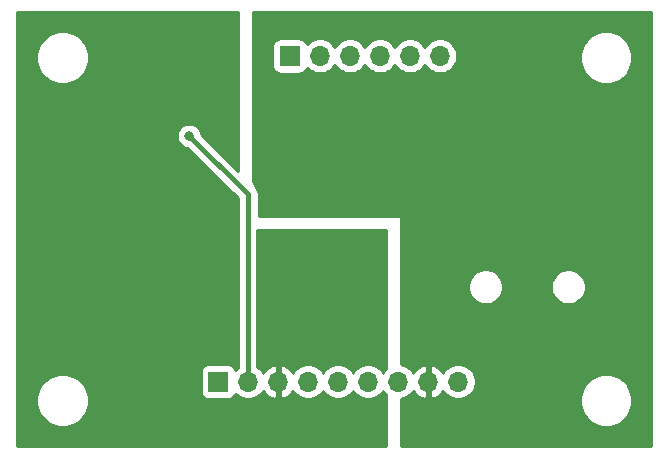
<source format=gbr>
%TF.GenerationSoftware,KiCad,Pcbnew,(5.1.10)-1*%
%TF.CreationDate,2021-10-14T20:44:39-03:00*%
%TF.ProjectId,I2S_DAC,4932535f-4441-4432-9e6b-696361645f70,rev?*%
%TF.SameCoordinates,Original*%
%TF.FileFunction,Copper,L2,Bot*%
%TF.FilePolarity,Positive*%
%FSLAX46Y46*%
G04 Gerber Fmt 4.6, Leading zero omitted, Abs format (unit mm)*
G04 Created by KiCad (PCBNEW (5.1.10)-1) date 2021-10-14 20:44:39*
%MOMM*%
%LPD*%
G01*
G04 APERTURE LIST*
%TA.AperFunction,ComponentPad*%
%ADD10R,1.700000X1.700000*%
%TD*%
%TA.AperFunction,ComponentPad*%
%ADD11O,1.700000X1.700000*%
%TD*%
%TA.AperFunction,ViaPad*%
%ADD12C,0.800000*%
%TD*%
%TA.AperFunction,Conductor*%
%ADD13C,0.250000*%
%TD*%
%TA.AperFunction,Conductor*%
%ADD14C,0.400000*%
%TD*%
%TA.AperFunction,Conductor*%
%ADD15C,0.254000*%
%TD*%
%TA.AperFunction,Conductor*%
%ADD16C,0.100000*%
%TD*%
G04 APERTURE END LIST*
D10*
%TO.P,J2,1*%
%TO.N,/SYSCLK_IN*%
X66725000Y-94350000D03*
D11*
%TO.P,J2,2*%
%TO.N,/SFOR_1*%
X69265000Y-94350000D03*
%TO.P,J2,3*%
%TO.N,/MUTE*%
X71805000Y-94350000D03*
%TO.P,J2,4*%
%TO.N,/SFOR_0*%
X74345000Y-94350000D03*
%TO.P,J2,5*%
%TO.N,/PLL_IN*%
X76885000Y-94350000D03*
%TO.P,J2,6*%
%TO.N,/CLKOUT*%
X79425000Y-94350000D03*
%TD*%
D10*
%TO.P,J3,1*%
%TO.N,VDD*%
X60650000Y-121925000D03*
D11*
%TO.P,J3,2*%
%TO.N,+3V3*%
X63190000Y-121925000D03*
%TO.P,J3,3*%
%TO.N,GNDD*%
X65730000Y-121925000D03*
%TO.P,J3,4*%
%TO.N,/DATA_IN*%
X68270000Y-121925000D03*
%TO.P,J3,5*%
%TO.N,/WS_IN*%
X70810000Y-121925000D03*
%TO.P,J3,6*%
%TO.N,/BCK_IN*%
X73350000Y-121925000D03*
%TO.P,J3,7*%
%TO.N,/OUT_L*%
X75890000Y-121925000D03*
%TO.P,J3,8*%
%TO.N,GNDA*%
X78430000Y-121925000D03*
%TO.P,J3,9*%
%TO.N,/OUT_R*%
X80970000Y-121925000D03*
%TD*%
D12*
%TO.N,GNDD*%
X60300000Y-98675000D03*
X53550000Y-102550000D03*
X68500000Y-110500000D03*
%TO.N,+3V3*%
X58200000Y-101125000D03*
%TO.N,GNDA*%
X65900000Y-97675000D03*
%TD*%
D13*
%TO.N,GNDD*%
X59699998Y-98650000D02*
X59724998Y-98675000D01*
X57450000Y-98650000D02*
X59699998Y-98650000D01*
X59724998Y-98675000D02*
X60300000Y-98675000D01*
X65680000Y-121875000D02*
X65730000Y-121925000D01*
X65680000Y-120045000D02*
X65680000Y-121875000D01*
X65680000Y-120045000D02*
X65680000Y-120300000D01*
X65000000Y-123875000D02*
X65730000Y-123145000D01*
X58900000Y-123875000D02*
X65000000Y-123875000D01*
X52075000Y-117050000D02*
X58900000Y-123875000D01*
X65730000Y-123145000D02*
X65730000Y-121925000D01*
X53550000Y-102550000D02*
X57450000Y-98650000D01*
X52075000Y-104025000D02*
X53550000Y-102550000D01*
X52075000Y-104025000D02*
X52075000Y-117050000D01*
X65680000Y-111170000D02*
X65680000Y-118595000D01*
X65680000Y-118595000D02*
X65680000Y-120045000D01*
X66350000Y-110500000D02*
X65680000Y-111170000D01*
X68500000Y-110500000D02*
X66350000Y-110500000D01*
D14*
%TO.N,+3V3*%
X58200000Y-101125000D02*
X63140000Y-106065000D01*
X63140000Y-106065000D02*
X63140000Y-119535000D01*
X63140000Y-121875000D02*
X63190000Y-121925000D01*
X63140000Y-120015000D02*
X63140000Y-121875000D01*
X63140000Y-119535000D02*
X63140000Y-120015000D01*
X63140000Y-120015000D02*
X63140000Y-120300000D01*
D13*
%TO.N,GNDA*%
X65900000Y-97675000D02*
X72275000Y-97675000D01*
X72275000Y-97675000D02*
X78380000Y-103780000D01*
X78380000Y-121875000D02*
X78430000Y-121925000D01*
X78380000Y-119905000D02*
X78380000Y-121875000D01*
X78380000Y-103780000D02*
X78380000Y-119905000D01*
X78380000Y-119905000D02*
X78380000Y-120300000D01*
%TD*%
D15*
%TO.N,GNDD*%
X62373000Y-104117132D02*
X59224093Y-100968226D01*
X59195226Y-100823102D01*
X59117205Y-100634744D01*
X59003937Y-100465226D01*
X58859774Y-100321063D01*
X58690256Y-100207795D01*
X58501898Y-100129774D01*
X58301939Y-100090000D01*
X58098061Y-100090000D01*
X57898102Y-100129774D01*
X57709744Y-100207795D01*
X57540226Y-100321063D01*
X57396063Y-100465226D01*
X57282795Y-100634744D01*
X57204774Y-100823102D01*
X57165000Y-101023061D01*
X57165000Y-101226939D01*
X57204774Y-101426898D01*
X57282795Y-101615256D01*
X57396063Y-101784774D01*
X57540226Y-101928937D01*
X57709744Y-102042205D01*
X57898102Y-102120226D01*
X58043226Y-102149093D01*
X62305000Y-106410868D01*
X62305001Y-119493972D01*
X62305000Y-119493982D01*
X62305000Y-120730344D01*
X62243368Y-120771525D01*
X62111513Y-120903380D01*
X62089502Y-120830820D01*
X62030537Y-120720506D01*
X61951185Y-120623815D01*
X61854494Y-120544463D01*
X61744180Y-120485498D01*
X61624482Y-120449188D01*
X61500000Y-120436928D01*
X59800000Y-120436928D01*
X59675518Y-120449188D01*
X59555820Y-120485498D01*
X59445506Y-120544463D01*
X59348815Y-120623815D01*
X59269463Y-120720506D01*
X59210498Y-120830820D01*
X59174188Y-120950518D01*
X59161928Y-121075000D01*
X59161928Y-122775000D01*
X59174188Y-122899482D01*
X59210498Y-123019180D01*
X59269463Y-123129494D01*
X59348815Y-123226185D01*
X59445506Y-123305537D01*
X59555820Y-123364502D01*
X59675518Y-123400812D01*
X59800000Y-123413072D01*
X61500000Y-123413072D01*
X61624482Y-123400812D01*
X61744180Y-123364502D01*
X61854494Y-123305537D01*
X61951185Y-123226185D01*
X62030537Y-123129494D01*
X62089502Y-123019180D01*
X62111513Y-122946620D01*
X62243368Y-123078475D01*
X62486589Y-123240990D01*
X62756842Y-123352932D01*
X63043740Y-123410000D01*
X63336260Y-123410000D01*
X63623158Y-123352932D01*
X63893411Y-123240990D01*
X64136632Y-123078475D01*
X64343475Y-122871632D01*
X64465195Y-122689466D01*
X64534822Y-122806355D01*
X64729731Y-123022588D01*
X64963080Y-123196641D01*
X65225901Y-123321825D01*
X65373110Y-123366476D01*
X65603000Y-123245155D01*
X65603000Y-122052000D01*
X65583000Y-122052000D01*
X65583000Y-121798000D01*
X65603000Y-121798000D01*
X65603000Y-120604845D01*
X65373110Y-120483524D01*
X65225901Y-120528175D01*
X64963080Y-120653359D01*
X64729731Y-120827412D01*
X64534822Y-121043645D01*
X64465195Y-121160534D01*
X64343475Y-120978368D01*
X64136632Y-120771525D01*
X63975000Y-120663526D01*
X63975000Y-109127000D01*
X74873000Y-109127000D01*
X74873000Y-120841893D01*
X74736525Y-120978368D01*
X74620000Y-121152760D01*
X74503475Y-120978368D01*
X74296632Y-120771525D01*
X74053411Y-120609010D01*
X73783158Y-120497068D01*
X73496260Y-120440000D01*
X73203740Y-120440000D01*
X72916842Y-120497068D01*
X72646589Y-120609010D01*
X72403368Y-120771525D01*
X72196525Y-120978368D01*
X72080000Y-121152760D01*
X71963475Y-120978368D01*
X71756632Y-120771525D01*
X71513411Y-120609010D01*
X71243158Y-120497068D01*
X70956260Y-120440000D01*
X70663740Y-120440000D01*
X70376842Y-120497068D01*
X70106589Y-120609010D01*
X69863368Y-120771525D01*
X69656525Y-120978368D01*
X69540000Y-121152760D01*
X69423475Y-120978368D01*
X69216632Y-120771525D01*
X68973411Y-120609010D01*
X68703158Y-120497068D01*
X68416260Y-120440000D01*
X68123740Y-120440000D01*
X67836842Y-120497068D01*
X67566589Y-120609010D01*
X67323368Y-120771525D01*
X67116525Y-120978368D01*
X66994805Y-121160534D01*
X66925178Y-121043645D01*
X66730269Y-120827412D01*
X66496920Y-120653359D01*
X66234099Y-120528175D01*
X66086890Y-120483524D01*
X65857000Y-120604845D01*
X65857000Y-121798000D01*
X65877000Y-121798000D01*
X65877000Y-122052000D01*
X65857000Y-122052000D01*
X65857000Y-123245155D01*
X66086890Y-123366476D01*
X66234099Y-123321825D01*
X66496920Y-123196641D01*
X66730269Y-123022588D01*
X66925178Y-122806355D01*
X66994805Y-122689466D01*
X67116525Y-122871632D01*
X67323368Y-123078475D01*
X67566589Y-123240990D01*
X67836842Y-123352932D01*
X68123740Y-123410000D01*
X68416260Y-123410000D01*
X68703158Y-123352932D01*
X68973411Y-123240990D01*
X69216632Y-123078475D01*
X69423475Y-122871632D01*
X69540000Y-122697240D01*
X69656525Y-122871632D01*
X69863368Y-123078475D01*
X70106589Y-123240990D01*
X70376842Y-123352932D01*
X70663740Y-123410000D01*
X70956260Y-123410000D01*
X71243158Y-123352932D01*
X71513411Y-123240990D01*
X71756632Y-123078475D01*
X71963475Y-122871632D01*
X72080000Y-122697240D01*
X72196525Y-122871632D01*
X72403368Y-123078475D01*
X72646589Y-123240990D01*
X72916842Y-123352932D01*
X73203740Y-123410000D01*
X73496260Y-123410000D01*
X73783158Y-123352932D01*
X74053411Y-123240990D01*
X74296632Y-123078475D01*
X74503475Y-122871632D01*
X74620000Y-122697240D01*
X74736525Y-122871632D01*
X74873000Y-123008107D01*
X74873000Y-127340000D01*
X43660000Y-127340000D01*
X43660000Y-123279872D01*
X45265000Y-123279872D01*
X45265000Y-123720128D01*
X45350890Y-124151925D01*
X45519369Y-124558669D01*
X45763962Y-124924729D01*
X46075271Y-125236038D01*
X46441331Y-125480631D01*
X46848075Y-125649110D01*
X47279872Y-125735000D01*
X47720128Y-125735000D01*
X48151925Y-125649110D01*
X48558669Y-125480631D01*
X48924729Y-125236038D01*
X49236038Y-124924729D01*
X49480631Y-124558669D01*
X49649110Y-124151925D01*
X49735000Y-123720128D01*
X49735000Y-123279872D01*
X49649110Y-122848075D01*
X49480631Y-122441331D01*
X49236038Y-122075271D01*
X48924729Y-121763962D01*
X48558669Y-121519369D01*
X48151925Y-121350890D01*
X47720128Y-121265000D01*
X47279872Y-121265000D01*
X46848075Y-121350890D01*
X46441331Y-121519369D01*
X46075271Y-121763962D01*
X45763962Y-122075271D01*
X45519369Y-122441331D01*
X45350890Y-122848075D01*
X45265000Y-123279872D01*
X43660000Y-123279872D01*
X43660000Y-94279872D01*
X45265000Y-94279872D01*
X45265000Y-94720128D01*
X45350890Y-95151925D01*
X45519369Y-95558669D01*
X45763962Y-95924729D01*
X46075271Y-96236038D01*
X46441331Y-96480631D01*
X46848075Y-96649110D01*
X47279872Y-96735000D01*
X47720128Y-96735000D01*
X48151925Y-96649110D01*
X48558669Y-96480631D01*
X48924729Y-96236038D01*
X49236038Y-95924729D01*
X49480631Y-95558669D01*
X49649110Y-95151925D01*
X49735000Y-94720128D01*
X49735000Y-94279872D01*
X49649110Y-93848075D01*
X49480631Y-93441331D01*
X49236038Y-93075271D01*
X48924729Y-92763962D01*
X48558669Y-92519369D01*
X48151925Y-92350890D01*
X47720128Y-92265000D01*
X47279872Y-92265000D01*
X46848075Y-92350890D01*
X46441331Y-92519369D01*
X46075271Y-92763962D01*
X45763962Y-93075271D01*
X45519369Y-93441331D01*
X45350890Y-93848075D01*
X45265000Y-94279872D01*
X43660000Y-94279872D01*
X43660000Y-90660000D01*
X62373000Y-90660000D01*
X62373000Y-104117132D01*
%TA.AperFunction,Conductor*%
D16*
G36*
X62373000Y-104117132D02*
G01*
X59224093Y-100968226D01*
X59195226Y-100823102D01*
X59117205Y-100634744D01*
X59003937Y-100465226D01*
X58859774Y-100321063D01*
X58690256Y-100207795D01*
X58501898Y-100129774D01*
X58301939Y-100090000D01*
X58098061Y-100090000D01*
X57898102Y-100129774D01*
X57709744Y-100207795D01*
X57540226Y-100321063D01*
X57396063Y-100465226D01*
X57282795Y-100634744D01*
X57204774Y-100823102D01*
X57165000Y-101023061D01*
X57165000Y-101226939D01*
X57204774Y-101426898D01*
X57282795Y-101615256D01*
X57396063Y-101784774D01*
X57540226Y-101928937D01*
X57709744Y-102042205D01*
X57898102Y-102120226D01*
X58043226Y-102149093D01*
X62305000Y-106410868D01*
X62305001Y-119493972D01*
X62305000Y-119493982D01*
X62305000Y-120730344D01*
X62243368Y-120771525D01*
X62111513Y-120903380D01*
X62089502Y-120830820D01*
X62030537Y-120720506D01*
X61951185Y-120623815D01*
X61854494Y-120544463D01*
X61744180Y-120485498D01*
X61624482Y-120449188D01*
X61500000Y-120436928D01*
X59800000Y-120436928D01*
X59675518Y-120449188D01*
X59555820Y-120485498D01*
X59445506Y-120544463D01*
X59348815Y-120623815D01*
X59269463Y-120720506D01*
X59210498Y-120830820D01*
X59174188Y-120950518D01*
X59161928Y-121075000D01*
X59161928Y-122775000D01*
X59174188Y-122899482D01*
X59210498Y-123019180D01*
X59269463Y-123129494D01*
X59348815Y-123226185D01*
X59445506Y-123305537D01*
X59555820Y-123364502D01*
X59675518Y-123400812D01*
X59800000Y-123413072D01*
X61500000Y-123413072D01*
X61624482Y-123400812D01*
X61744180Y-123364502D01*
X61854494Y-123305537D01*
X61951185Y-123226185D01*
X62030537Y-123129494D01*
X62089502Y-123019180D01*
X62111513Y-122946620D01*
X62243368Y-123078475D01*
X62486589Y-123240990D01*
X62756842Y-123352932D01*
X63043740Y-123410000D01*
X63336260Y-123410000D01*
X63623158Y-123352932D01*
X63893411Y-123240990D01*
X64136632Y-123078475D01*
X64343475Y-122871632D01*
X64465195Y-122689466D01*
X64534822Y-122806355D01*
X64729731Y-123022588D01*
X64963080Y-123196641D01*
X65225901Y-123321825D01*
X65373110Y-123366476D01*
X65603000Y-123245155D01*
X65603000Y-122052000D01*
X65583000Y-122052000D01*
X65583000Y-121798000D01*
X65603000Y-121798000D01*
X65603000Y-120604845D01*
X65373110Y-120483524D01*
X65225901Y-120528175D01*
X64963080Y-120653359D01*
X64729731Y-120827412D01*
X64534822Y-121043645D01*
X64465195Y-121160534D01*
X64343475Y-120978368D01*
X64136632Y-120771525D01*
X63975000Y-120663526D01*
X63975000Y-109127000D01*
X74873000Y-109127000D01*
X74873000Y-120841893D01*
X74736525Y-120978368D01*
X74620000Y-121152760D01*
X74503475Y-120978368D01*
X74296632Y-120771525D01*
X74053411Y-120609010D01*
X73783158Y-120497068D01*
X73496260Y-120440000D01*
X73203740Y-120440000D01*
X72916842Y-120497068D01*
X72646589Y-120609010D01*
X72403368Y-120771525D01*
X72196525Y-120978368D01*
X72080000Y-121152760D01*
X71963475Y-120978368D01*
X71756632Y-120771525D01*
X71513411Y-120609010D01*
X71243158Y-120497068D01*
X70956260Y-120440000D01*
X70663740Y-120440000D01*
X70376842Y-120497068D01*
X70106589Y-120609010D01*
X69863368Y-120771525D01*
X69656525Y-120978368D01*
X69540000Y-121152760D01*
X69423475Y-120978368D01*
X69216632Y-120771525D01*
X68973411Y-120609010D01*
X68703158Y-120497068D01*
X68416260Y-120440000D01*
X68123740Y-120440000D01*
X67836842Y-120497068D01*
X67566589Y-120609010D01*
X67323368Y-120771525D01*
X67116525Y-120978368D01*
X66994805Y-121160534D01*
X66925178Y-121043645D01*
X66730269Y-120827412D01*
X66496920Y-120653359D01*
X66234099Y-120528175D01*
X66086890Y-120483524D01*
X65857000Y-120604845D01*
X65857000Y-121798000D01*
X65877000Y-121798000D01*
X65877000Y-122052000D01*
X65857000Y-122052000D01*
X65857000Y-123245155D01*
X66086890Y-123366476D01*
X66234099Y-123321825D01*
X66496920Y-123196641D01*
X66730269Y-123022588D01*
X66925178Y-122806355D01*
X66994805Y-122689466D01*
X67116525Y-122871632D01*
X67323368Y-123078475D01*
X67566589Y-123240990D01*
X67836842Y-123352932D01*
X68123740Y-123410000D01*
X68416260Y-123410000D01*
X68703158Y-123352932D01*
X68973411Y-123240990D01*
X69216632Y-123078475D01*
X69423475Y-122871632D01*
X69540000Y-122697240D01*
X69656525Y-122871632D01*
X69863368Y-123078475D01*
X70106589Y-123240990D01*
X70376842Y-123352932D01*
X70663740Y-123410000D01*
X70956260Y-123410000D01*
X71243158Y-123352932D01*
X71513411Y-123240990D01*
X71756632Y-123078475D01*
X71963475Y-122871632D01*
X72080000Y-122697240D01*
X72196525Y-122871632D01*
X72403368Y-123078475D01*
X72646589Y-123240990D01*
X72916842Y-123352932D01*
X73203740Y-123410000D01*
X73496260Y-123410000D01*
X73783158Y-123352932D01*
X74053411Y-123240990D01*
X74296632Y-123078475D01*
X74503475Y-122871632D01*
X74620000Y-122697240D01*
X74736525Y-122871632D01*
X74873000Y-123008107D01*
X74873000Y-127340000D01*
X43660000Y-127340000D01*
X43660000Y-123279872D01*
X45265000Y-123279872D01*
X45265000Y-123720128D01*
X45350890Y-124151925D01*
X45519369Y-124558669D01*
X45763962Y-124924729D01*
X46075271Y-125236038D01*
X46441331Y-125480631D01*
X46848075Y-125649110D01*
X47279872Y-125735000D01*
X47720128Y-125735000D01*
X48151925Y-125649110D01*
X48558669Y-125480631D01*
X48924729Y-125236038D01*
X49236038Y-124924729D01*
X49480631Y-124558669D01*
X49649110Y-124151925D01*
X49735000Y-123720128D01*
X49735000Y-123279872D01*
X49649110Y-122848075D01*
X49480631Y-122441331D01*
X49236038Y-122075271D01*
X48924729Y-121763962D01*
X48558669Y-121519369D01*
X48151925Y-121350890D01*
X47720128Y-121265000D01*
X47279872Y-121265000D01*
X46848075Y-121350890D01*
X46441331Y-121519369D01*
X46075271Y-121763962D01*
X45763962Y-122075271D01*
X45519369Y-122441331D01*
X45350890Y-122848075D01*
X45265000Y-123279872D01*
X43660000Y-123279872D01*
X43660000Y-94279872D01*
X45265000Y-94279872D01*
X45265000Y-94720128D01*
X45350890Y-95151925D01*
X45519369Y-95558669D01*
X45763962Y-95924729D01*
X46075271Y-96236038D01*
X46441331Y-96480631D01*
X46848075Y-96649110D01*
X47279872Y-96735000D01*
X47720128Y-96735000D01*
X48151925Y-96649110D01*
X48558669Y-96480631D01*
X48924729Y-96236038D01*
X49236038Y-95924729D01*
X49480631Y-95558669D01*
X49649110Y-95151925D01*
X49735000Y-94720128D01*
X49735000Y-94279872D01*
X49649110Y-93848075D01*
X49480631Y-93441331D01*
X49236038Y-93075271D01*
X48924729Y-92763962D01*
X48558669Y-92519369D01*
X48151925Y-92350890D01*
X47720128Y-92265000D01*
X47279872Y-92265000D01*
X46848075Y-92350890D01*
X46441331Y-92519369D01*
X46075271Y-92763962D01*
X45763962Y-93075271D01*
X45519369Y-93441331D01*
X45350890Y-93848075D01*
X45265000Y-94279872D01*
X43660000Y-94279872D01*
X43660000Y-90660000D01*
X62373000Y-90660000D01*
X62373000Y-104117132D01*
G37*
%TD.AperFunction*%
%TD*%
D15*
%TO.N,GNDA*%
X97340001Y-127340000D02*
X76127000Y-127340000D01*
X76127000Y-123391951D01*
X76323158Y-123352932D01*
X76593411Y-123240990D01*
X76836632Y-123078475D01*
X77043475Y-122871632D01*
X77165195Y-122689466D01*
X77234822Y-122806355D01*
X77429731Y-123022588D01*
X77663080Y-123196641D01*
X77925901Y-123321825D01*
X78073110Y-123366476D01*
X78303000Y-123245155D01*
X78303000Y-122052000D01*
X78283000Y-122052000D01*
X78283000Y-121798000D01*
X78303000Y-121798000D01*
X78303000Y-120604845D01*
X78557000Y-120604845D01*
X78557000Y-121798000D01*
X78577000Y-121798000D01*
X78577000Y-122052000D01*
X78557000Y-122052000D01*
X78557000Y-123245155D01*
X78786890Y-123366476D01*
X78934099Y-123321825D01*
X79196920Y-123196641D01*
X79430269Y-123022588D01*
X79625178Y-122806355D01*
X79694805Y-122689466D01*
X79816525Y-122871632D01*
X80023368Y-123078475D01*
X80266589Y-123240990D01*
X80536842Y-123352932D01*
X80823740Y-123410000D01*
X81116260Y-123410000D01*
X81403158Y-123352932D01*
X81579541Y-123279872D01*
X91265000Y-123279872D01*
X91265000Y-123720128D01*
X91350890Y-124151925D01*
X91519369Y-124558669D01*
X91763962Y-124924729D01*
X92075271Y-125236038D01*
X92441331Y-125480631D01*
X92848075Y-125649110D01*
X93279872Y-125735000D01*
X93720128Y-125735000D01*
X94151925Y-125649110D01*
X94558669Y-125480631D01*
X94924729Y-125236038D01*
X95236038Y-124924729D01*
X95480631Y-124558669D01*
X95649110Y-124151925D01*
X95735000Y-123720128D01*
X95735000Y-123279872D01*
X95649110Y-122848075D01*
X95480631Y-122441331D01*
X95236038Y-122075271D01*
X94924729Y-121763962D01*
X94558669Y-121519369D01*
X94151925Y-121350890D01*
X93720128Y-121265000D01*
X93279872Y-121265000D01*
X92848075Y-121350890D01*
X92441331Y-121519369D01*
X92075271Y-121763962D01*
X91763962Y-122075271D01*
X91519369Y-122441331D01*
X91350890Y-122848075D01*
X91265000Y-123279872D01*
X81579541Y-123279872D01*
X81673411Y-123240990D01*
X81916632Y-123078475D01*
X82123475Y-122871632D01*
X82285990Y-122628411D01*
X82397932Y-122358158D01*
X82455000Y-122071260D01*
X82455000Y-121778740D01*
X82397932Y-121491842D01*
X82285990Y-121221589D01*
X82123475Y-120978368D01*
X81916632Y-120771525D01*
X81673411Y-120609010D01*
X81403158Y-120497068D01*
X81116260Y-120440000D01*
X80823740Y-120440000D01*
X80536842Y-120497068D01*
X80266589Y-120609010D01*
X80023368Y-120771525D01*
X79816525Y-120978368D01*
X79694805Y-121160534D01*
X79625178Y-121043645D01*
X79430269Y-120827412D01*
X79196920Y-120653359D01*
X78934099Y-120528175D01*
X78786890Y-120483524D01*
X78557000Y-120604845D01*
X78303000Y-120604845D01*
X78073110Y-120483524D01*
X77925901Y-120528175D01*
X77663080Y-120653359D01*
X77429731Y-120827412D01*
X77234822Y-121043645D01*
X77165195Y-121160534D01*
X77043475Y-120978368D01*
X76836632Y-120771525D01*
X76593411Y-120609010D01*
X76323158Y-120497068D01*
X76127000Y-120458049D01*
X76127000Y-113753740D01*
X81815000Y-113753740D01*
X81815000Y-114046260D01*
X81872068Y-114333158D01*
X81984010Y-114603411D01*
X82146525Y-114846632D01*
X82353368Y-115053475D01*
X82596589Y-115215990D01*
X82866842Y-115327932D01*
X83153740Y-115385000D01*
X83446260Y-115385000D01*
X83733158Y-115327932D01*
X84003411Y-115215990D01*
X84246632Y-115053475D01*
X84453475Y-114846632D01*
X84615990Y-114603411D01*
X84727932Y-114333158D01*
X84785000Y-114046260D01*
X84785000Y-113753740D01*
X88815000Y-113753740D01*
X88815000Y-114046260D01*
X88872068Y-114333158D01*
X88984010Y-114603411D01*
X89146525Y-114846632D01*
X89353368Y-115053475D01*
X89596589Y-115215990D01*
X89866842Y-115327932D01*
X90153740Y-115385000D01*
X90446260Y-115385000D01*
X90733158Y-115327932D01*
X91003411Y-115215990D01*
X91246632Y-115053475D01*
X91453475Y-114846632D01*
X91615990Y-114603411D01*
X91727932Y-114333158D01*
X91785000Y-114046260D01*
X91785000Y-113753740D01*
X91727932Y-113466842D01*
X91615990Y-113196589D01*
X91453475Y-112953368D01*
X91246632Y-112746525D01*
X91003411Y-112584010D01*
X90733158Y-112472068D01*
X90446260Y-112415000D01*
X90153740Y-112415000D01*
X89866842Y-112472068D01*
X89596589Y-112584010D01*
X89353368Y-112746525D01*
X89146525Y-112953368D01*
X88984010Y-113196589D01*
X88872068Y-113466842D01*
X88815000Y-113753740D01*
X84785000Y-113753740D01*
X84727932Y-113466842D01*
X84615990Y-113196589D01*
X84453475Y-112953368D01*
X84246632Y-112746525D01*
X84003411Y-112584010D01*
X83733158Y-112472068D01*
X83446260Y-112415000D01*
X83153740Y-112415000D01*
X82866842Y-112472068D01*
X82596589Y-112584010D01*
X82353368Y-112746525D01*
X82146525Y-112953368D01*
X81984010Y-113196589D01*
X81872068Y-113466842D01*
X81815000Y-113753740D01*
X76127000Y-113753740D01*
X76127000Y-108000000D01*
X76124560Y-107975224D01*
X76117333Y-107951399D01*
X76105597Y-107929443D01*
X76089803Y-107910197D01*
X76070557Y-107894403D01*
X76048601Y-107882667D01*
X76024776Y-107875440D01*
X76000000Y-107873000D01*
X64127000Y-107873000D01*
X64127000Y-106000000D01*
X64124560Y-105975224D01*
X64113592Y-105943204D01*
X63627000Y-104970020D01*
X63627000Y-93500000D01*
X65236928Y-93500000D01*
X65236928Y-95200000D01*
X65249188Y-95324482D01*
X65285498Y-95444180D01*
X65344463Y-95554494D01*
X65423815Y-95651185D01*
X65520506Y-95730537D01*
X65630820Y-95789502D01*
X65750518Y-95825812D01*
X65875000Y-95838072D01*
X67575000Y-95838072D01*
X67699482Y-95825812D01*
X67819180Y-95789502D01*
X67929494Y-95730537D01*
X68026185Y-95651185D01*
X68105537Y-95554494D01*
X68164502Y-95444180D01*
X68186513Y-95371620D01*
X68318368Y-95503475D01*
X68561589Y-95665990D01*
X68831842Y-95777932D01*
X69118740Y-95835000D01*
X69411260Y-95835000D01*
X69698158Y-95777932D01*
X69968411Y-95665990D01*
X70211632Y-95503475D01*
X70418475Y-95296632D01*
X70535000Y-95122240D01*
X70651525Y-95296632D01*
X70858368Y-95503475D01*
X71101589Y-95665990D01*
X71371842Y-95777932D01*
X71658740Y-95835000D01*
X71951260Y-95835000D01*
X72238158Y-95777932D01*
X72508411Y-95665990D01*
X72751632Y-95503475D01*
X72958475Y-95296632D01*
X73075000Y-95122240D01*
X73191525Y-95296632D01*
X73398368Y-95503475D01*
X73641589Y-95665990D01*
X73911842Y-95777932D01*
X74198740Y-95835000D01*
X74491260Y-95835000D01*
X74778158Y-95777932D01*
X75048411Y-95665990D01*
X75291632Y-95503475D01*
X75498475Y-95296632D01*
X75615000Y-95122240D01*
X75731525Y-95296632D01*
X75938368Y-95503475D01*
X76181589Y-95665990D01*
X76451842Y-95777932D01*
X76738740Y-95835000D01*
X77031260Y-95835000D01*
X77318158Y-95777932D01*
X77588411Y-95665990D01*
X77831632Y-95503475D01*
X78038475Y-95296632D01*
X78155000Y-95122240D01*
X78271525Y-95296632D01*
X78478368Y-95503475D01*
X78721589Y-95665990D01*
X78991842Y-95777932D01*
X79278740Y-95835000D01*
X79571260Y-95835000D01*
X79858158Y-95777932D01*
X80128411Y-95665990D01*
X80371632Y-95503475D01*
X80578475Y-95296632D01*
X80740990Y-95053411D01*
X80852932Y-94783158D01*
X80910000Y-94496260D01*
X80910000Y-94279872D01*
X91265000Y-94279872D01*
X91265000Y-94720128D01*
X91350890Y-95151925D01*
X91519369Y-95558669D01*
X91763962Y-95924729D01*
X92075271Y-96236038D01*
X92441331Y-96480631D01*
X92848075Y-96649110D01*
X93279872Y-96735000D01*
X93720128Y-96735000D01*
X94151925Y-96649110D01*
X94558669Y-96480631D01*
X94924729Y-96236038D01*
X95236038Y-95924729D01*
X95480631Y-95558669D01*
X95649110Y-95151925D01*
X95735000Y-94720128D01*
X95735000Y-94279872D01*
X95649110Y-93848075D01*
X95480631Y-93441331D01*
X95236038Y-93075271D01*
X94924729Y-92763962D01*
X94558669Y-92519369D01*
X94151925Y-92350890D01*
X93720128Y-92265000D01*
X93279872Y-92265000D01*
X92848075Y-92350890D01*
X92441331Y-92519369D01*
X92075271Y-92763962D01*
X91763962Y-93075271D01*
X91519369Y-93441331D01*
X91350890Y-93848075D01*
X91265000Y-94279872D01*
X80910000Y-94279872D01*
X80910000Y-94203740D01*
X80852932Y-93916842D01*
X80740990Y-93646589D01*
X80578475Y-93403368D01*
X80371632Y-93196525D01*
X80128411Y-93034010D01*
X79858158Y-92922068D01*
X79571260Y-92865000D01*
X79278740Y-92865000D01*
X78991842Y-92922068D01*
X78721589Y-93034010D01*
X78478368Y-93196525D01*
X78271525Y-93403368D01*
X78155000Y-93577760D01*
X78038475Y-93403368D01*
X77831632Y-93196525D01*
X77588411Y-93034010D01*
X77318158Y-92922068D01*
X77031260Y-92865000D01*
X76738740Y-92865000D01*
X76451842Y-92922068D01*
X76181589Y-93034010D01*
X75938368Y-93196525D01*
X75731525Y-93403368D01*
X75615000Y-93577760D01*
X75498475Y-93403368D01*
X75291632Y-93196525D01*
X75048411Y-93034010D01*
X74778158Y-92922068D01*
X74491260Y-92865000D01*
X74198740Y-92865000D01*
X73911842Y-92922068D01*
X73641589Y-93034010D01*
X73398368Y-93196525D01*
X73191525Y-93403368D01*
X73075000Y-93577760D01*
X72958475Y-93403368D01*
X72751632Y-93196525D01*
X72508411Y-93034010D01*
X72238158Y-92922068D01*
X71951260Y-92865000D01*
X71658740Y-92865000D01*
X71371842Y-92922068D01*
X71101589Y-93034010D01*
X70858368Y-93196525D01*
X70651525Y-93403368D01*
X70535000Y-93577760D01*
X70418475Y-93403368D01*
X70211632Y-93196525D01*
X69968411Y-93034010D01*
X69698158Y-92922068D01*
X69411260Y-92865000D01*
X69118740Y-92865000D01*
X68831842Y-92922068D01*
X68561589Y-93034010D01*
X68318368Y-93196525D01*
X68186513Y-93328380D01*
X68164502Y-93255820D01*
X68105537Y-93145506D01*
X68026185Y-93048815D01*
X67929494Y-92969463D01*
X67819180Y-92910498D01*
X67699482Y-92874188D01*
X67575000Y-92861928D01*
X65875000Y-92861928D01*
X65750518Y-92874188D01*
X65630820Y-92910498D01*
X65520506Y-92969463D01*
X65423815Y-93048815D01*
X65344463Y-93145506D01*
X65285498Y-93255820D01*
X65249188Y-93375518D01*
X65236928Y-93500000D01*
X63627000Y-93500000D01*
X63627000Y-90660000D01*
X97340000Y-90660000D01*
X97340001Y-127340000D01*
%TA.AperFunction,Conductor*%
D16*
G36*
X97340001Y-127340000D02*
G01*
X76127000Y-127340000D01*
X76127000Y-123391951D01*
X76323158Y-123352932D01*
X76593411Y-123240990D01*
X76836632Y-123078475D01*
X77043475Y-122871632D01*
X77165195Y-122689466D01*
X77234822Y-122806355D01*
X77429731Y-123022588D01*
X77663080Y-123196641D01*
X77925901Y-123321825D01*
X78073110Y-123366476D01*
X78303000Y-123245155D01*
X78303000Y-122052000D01*
X78283000Y-122052000D01*
X78283000Y-121798000D01*
X78303000Y-121798000D01*
X78303000Y-120604845D01*
X78557000Y-120604845D01*
X78557000Y-121798000D01*
X78577000Y-121798000D01*
X78577000Y-122052000D01*
X78557000Y-122052000D01*
X78557000Y-123245155D01*
X78786890Y-123366476D01*
X78934099Y-123321825D01*
X79196920Y-123196641D01*
X79430269Y-123022588D01*
X79625178Y-122806355D01*
X79694805Y-122689466D01*
X79816525Y-122871632D01*
X80023368Y-123078475D01*
X80266589Y-123240990D01*
X80536842Y-123352932D01*
X80823740Y-123410000D01*
X81116260Y-123410000D01*
X81403158Y-123352932D01*
X81579541Y-123279872D01*
X91265000Y-123279872D01*
X91265000Y-123720128D01*
X91350890Y-124151925D01*
X91519369Y-124558669D01*
X91763962Y-124924729D01*
X92075271Y-125236038D01*
X92441331Y-125480631D01*
X92848075Y-125649110D01*
X93279872Y-125735000D01*
X93720128Y-125735000D01*
X94151925Y-125649110D01*
X94558669Y-125480631D01*
X94924729Y-125236038D01*
X95236038Y-124924729D01*
X95480631Y-124558669D01*
X95649110Y-124151925D01*
X95735000Y-123720128D01*
X95735000Y-123279872D01*
X95649110Y-122848075D01*
X95480631Y-122441331D01*
X95236038Y-122075271D01*
X94924729Y-121763962D01*
X94558669Y-121519369D01*
X94151925Y-121350890D01*
X93720128Y-121265000D01*
X93279872Y-121265000D01*
X92848075Y-121350890D01*
X92441331Y-121519369D01*
X92075271Y-121763962D01*
X91763962Y-122075271D01*
X91519369Y-122441331D01*
X91350890Y-122848075D01*
X91265000Y-123279872D01*
X81579541Y-123279872D01*
X81673411Y-123240990D01*
X81916632Y-123078475D01*
X82123475Y-122871632D01*
X82285990Y-122628411D01*
X82397932Y-122358158D01*
X82455000Y-122071260D01*
X82455000Y-121778740D01*
X82397932Y-121491842D01*
X82285990Y-121221589D01*
X82123475Y-120978368D01*
X81916632Y-120771525D01*
X81673411Y-120609010D01*
X81403158Y-120497068D01*
X81116260Y-120440000D01*
X80823740Y-120440000D01*
X80536842Y-120497068D01*
X80266589Y-120609010D01*
X80023368Y-120771525D01*
X79816525Y-120978368D01*
X79694805Y-121160534D01*
X79625178Y-121043645D01*
X79430269Y-120827412D01*
X79196920Y-120653359D01*
X78934099Y-120528175D01*
X78786890Y-120483524D01*
X78557000Y-120604845D01*
X78303000Y-120604845D01*
X78073110Y-120483524D01*
X77925901Y-120528175D01*
X77663080Y-120653359D01*
X77429731Y-120827412D01*
X77234822Y-121043645D01*
X77165195Y-121160534D01*
X77043475Y-120978368D01*
X76836632Y-120771525D01*
X76593411Y-120609010D01*
X76323158Y-120497068D01*
X76127000Y-120458049D01*
X76127000Y-113753740D01*
X81815000Y-113753740D01*
X81815000Y-114046260D01*
X81872068Y-114333158D01*
X81984010Y-114603411D01*
X82146525Y-114846632D01*
X82353368Y-115053475D01*
X82596589Y-115215990D01*
X82866842Y-115327932D01*
X83153740Y-115385000D01*
X83446260Y-115385000D01*
X83733158Y-115327932D01*
X84003411Y-115215990D01*
X84246632Y-115053475D01*
X84453475Y-114846632D01*
X84615990Y-114603411D01*
X84727932Y-114333158D01*
X84785000Y-114046260D01*
X84785000Y-113753740D01*
X88815000Y-113753740D01*
X88815000Y-114046260D01*
X88872068Y-114333158D01*
X88984010Y-114603411D01*
X89146525Y-114846632D01*
X89353368Y-115053475D01*
X89596589Y-115215990D01*
X89866842Y-115327932D01*
X90153740Y-115385000D01*
X90446260Y-115385000D01*
X90733158Y-115327932D01*
X91003411Y-115215990D01*
X91246632Y-115053475D01*
X91453475Y-114846632D01*
X91615990Y-114603411D01*
X91727932Y-114333158D01*
X91785000Y-114046260D01*
X91785000Y-113753740D01*
X91727932Y-113466842D01*
X91615990Y-113196589D01*
X91453475Y-112953368D01*
X91246632Y-112746525D01*
X91003411Y-112584010D01*
X90733158Y-112472068D01*
X90446260Y-112415000D01*
X90153740Y-112415000D01*
X89866842Y-112472068D01*
X89596589Y-112584010D01*
X89353368Y-112746525D01*
X89146525Y-112953368D01*
X88984010Y-113196589D01*
X88872068Y-113466842D01*
X88815000Y-113753740D01*
X84785000Y-113753740D01*
X84727932Y-113466842D01*
X84615990Y-113196589D01*
X84453475Y-112953368D01*
X84246632Y-112746525D01*
X84003411Y-112584010D01*
X83733158Y-112472068D01*
X83446260Y-112415000D01*
X83153740Y-112415000D01*
X82866842Y-112472068D01*
X82596589Y-112584010D01*
X82353368Y-112746525D01*
X82146525Y-112953368D01*
X81984010Y-113196589D01*
X81872068Y-113466842D01*
X81815000Y-113753740D01*
X76127000Y-113753740D01*
X76127000Y-108000000D01*
X76124560Y-107975224D01*
X76117333Y-107951399D01*
X76105597Y-107929443D01*
X76089803Y-107910197D01*
X76070557Y-107894403D01*
X76048601Y-107882667D01*
X76024776Y-107875440D01*
X76000000Y-107873000D01*
X64127000Y-107873000D01*
X64127000Y-106000000D01*
X64124560Y-105975224D01*
X64113592Y-105943204D01*
X63627000Y-104970020D01*
X63627000Y-93500000D01*
X65236928Y-93500000D01*
X65236928Y-95200000D01*
X65249188Y-95324482D01*
X65285498Y-95444180D01*
X65344463Y-95554494D01*
X65423815Y-95651185D01*
X65520506Y-95730537D01*
X65630820Y-95789502D01*
X65750518Y-95825812D01*
X65875000Y-95838072D01*
X67575000Y-95838072D01*
X67699482Y-95825812D01*
X67819180Y-95789502D01*
X67929494Y-95730537D01*
X68026185Y-95651185D01*
X68105537Y-95554494D01*
X68164502Y-95444180D01*
X68186513Y-95371620D01*
X68318368Y-95503475D01*
X68561589Y-95665990D01*
X68831842Y-95777932D01*
X69118740Y-95835000D01*
X69411260Y-95835000D01*
X69698158Y-95777932D01*
X69968411Y-95665990D01*
X70211632Y-95503475D01*
X70418475Y-95296632D01*
X70535000Y-95122240D01*
X70651525Y-95296632D01*
X70858368Y-95503475D01*
X71101589Y-95665990D01*
X71371842Y-95777932D01*
X71658740Y-95835000D01*
X71951260Y-95835000D01*
X72238158Y-95777932D01*
X72508411Y-95665990D01*
X72751632Y-95503475D01*
X72958475Y-95296632D01*
X73075000Y-95122240D01*
X73191525Y-95296632D01*
X73398368Y-95503475D01*
X73641589Y-95665990D01*
X73911842Y-95777932D01*
X74198740Y-95835000D01*
X74491260Y-95835000D01*
X74778158Y-95777932D01*
X75048411Y-95665990D01*
X75291632Y-95503475D01*
X75498475Y-95296632D01*
X75615000Y-95122240D01*
X75731525Y-95296632D01*
X75938368Y-95503475D01*
X76181589Y-95665990D01*
X76451842Y-95777932D01*
X76738740Y-95835000D01*
X77031260Y-95835000D01*
X77318158Y-95777932D01*
X77588411Y-95665990D01*
X77831632Y-95503475D01*
X78038475Y-95296632D01*
X78155000Y-95122240D01*
X78271525Y-95296632D01*
X78478368Y-95503475D01*
X78721589Y-95665990D01*
X78991842Y-95777932D01*
X79278740Y-95835000D01*
X79571260Y-95835000D01*
X79858158Y-95777932D01*
X80128411Y-95665990D01*
X80371632Y-95503475D01*
X80578475Y-95296632D01*
X80740990Y-95053411D01*
X80852932Y-94783158D01*
X80910000Y-94496260D01*
X80910000Y-94279872D01*
X91265000Y-94279872D01*
X91265000Y-94720128D01*
X91350890Y-95151925D01*
X91519369Y-95558669D01*
X91763962Y-95924729D01*
X92075271Y-96236038D01*
X92441331Y-96480631D01*
X92848075Y-96649110D01*
X93279872Y-96735000D01*
X93720128Y-96735000D01*
X94151925Y-96649110D01*
X94558669Y-96480631D01*
X94924729Y-96236038D01*
X95236038Y-95924729D01*
X95480631Y-95558669D01*
X95649110Y-95151925D01*
X95735000Y-94720128D01*
X95735000Y-94279872D01*
X95649110Y-93848075D01*
X95480631Y-93441331D01*
X95236038Y-93075271D01*
X94924729Y-92763962D01*
X94558669Y-92519369D01*
X94151925Y-92350890D01*
X93720128Y-92265000D01*
X93279872Y-92265000D01*
X92848075Y-92350890D01*
X92441331Y-92519369D01*
X92075271Y-92763962D01*
X91763962Y-93075271D01*
X91519369Y-93441331D01*
X91350890Y-93848075D01*
X91265000Y-94279872D01*
X80910000Y-94279872D01*
X80910000Y-94203740D01*
X80852932Y-93916842D01*
X80740990Y-93646589D01*
X80578475Y-93403368D01*
X80371632Y-93196525D01*
X80128411Y-93034010D01*
X79858158Y-92922068D01*
X79571260Y-92865000D01*
X79278740Y-92865000D01*
X78991842Y-92922068D01*
X78721589Y-93034010D01*
X78478368Y-93196525D01*
X78271525Y-93403368D01*
X78155000Y-93577760D01*
X78038475Y-93403368D01*
X77831632Y-93196525D01*
X77588411Y-93034010D01*
X77318158Y-92922068D01*
X77031260Y-92865000D01*
X76738740Y-92865000D01*
X76451842Y-92922068D01*
X76181589Y-93034010D01*
X75938368Y-93196525D01*
X75731525Y-93403368D01*
X75615000Y-93577760D01*
X75498475Y-93403368D01*
X75291632Y-93196525D01*
X75048411Y-93034010D01*
X74778158Y-92922068D01*
X74491260Y-92865000D01*
X74198740Y-92865000D01*
X73911842Y-92922068D01*
X73641589Y-93034010D01*
X73398368Y-93196525D01*
X73191525Y-93403368D01*
X73075000Y-93577760D01*
X72958475Y-93403368D01*
X72751632Y-93196525D01*
X72508411Y-93034010D01*
X72238158Y-92922068D01*
X71951260Y-92865000D01*
X71658740Y-92865000D01*
X71371842Y-92922068D01*
X71101589Y-93034010D01*
X70858368Y-93196525D01*
X70651525Y-93403368D01*
X70535000Y-93577760D01*
X70418475Y-93403368D01*
X70211632Y-93196525D01*
X69968411Y-93034010D01*
X69698158Y-92922068D01*
X69411260Y-92865000D01*
X69118740Y-92865000D01*
X68831842Y-92922068D01*
X68561589Y-93034010D01*
X68318368Y-93196525D01*
X68186513Y-93328380D01*
X68164502Y-93255820D01*
X68105537Y-93145506D01*
X68026185Y-93048815D01*
X67929494Y-92969463D01*
X67819180Y-92910498D01*
X67699482Y-92874188D01*
X67575000Y-92861928D01*
X65875000Y-92861928D01*
X65750518Y-92874188D01*
X65630820Y-92910498D01*
X65520506Y-92969463D01*
X65423815Y-93048815D01*
X65344463Y-93145506D01*
X65285498Y-93255820D01*
X65249188Y-93375518D01*
X65236928Y-93500000D01*
X63627000Y-93500000D01*
X63627000Y-90660000D01*
X97340000Y-90660000D01*
X97340001Y-127340000D01*
G37*
%TD.AperFunction*%
%TD*%
M02*

</source>
